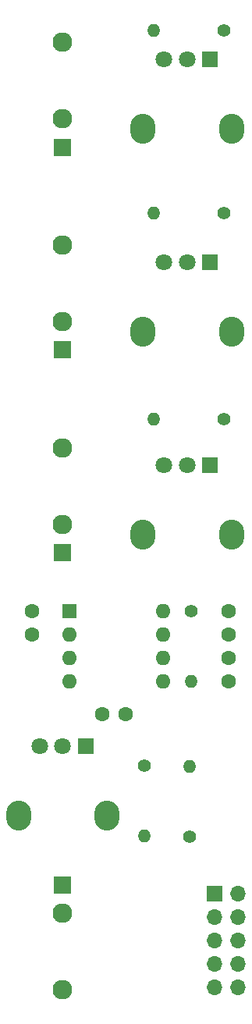
<source format=gbr>
G04 #@! TF.GenerationSoftware,KiCad,Pcbnew,(5.1.6-0-10_14)*
G04 #@! TF.CreationDate,2020-07-27T13:54:38+02:00*
G04 #@! TF.ProjectId,HelloWorld-noPanel,48656c6c-6f57-46f7-926c-642d6e6f5061,rev?*
G04 #@! TF.SameCoordinates,Original*
G04 #@! TF.FileFunction,Soldermask,Bot*
G04 #@! TF.FilePolarity,Negative*
%FSLAX46Y46*%
G04 Gerber Fmt 4.6, Leading zero omitted, Abs format (unit mm)*
G04 Created by KiCad (PCBNEW (5.1.6-0-10_14)) date 2020-07-27 13:54:38*
%MOMM*%
%LPD*%
G01*
G04 APERTURE LIST*
%ADD10O,1.600000X1.600000*%
%ADD11R,1.600000X1.600000*%
%ADD12C,1.600000*%
%ADD13C,2.130000*%
%ADD14R,1.930000X1.830000*%
%ADD15O,1.700000X1.700000*%
%ADD16R,1.700000X1.700000*%
%ADD17O,1.400000X1.400000*%
%ADD18C,1.400000*%
%ADD19O,2.720000X3.240000*%
%ADD20C,1.800000*%
%ADD21R,1.800000X1.800000*%
G04 APERTURE END LIST*
D10*
X87376000Y-84836000D03*
X77216000Y-92456000D03*
X87376000Y-87376000D03*
X77216000Y-89916000D03*
X87376000Y-89916000D03*
X77216000Y-87376000D03*
X87376000Y-92456000D03*
D11*
X77216000Y-84836000D03*
D12*
X94488000Y-87336000D03*
X94488000Y-84836000D03*
X80812000Y-96012000D03*
X83312000Y-96012000D03*
X73152000Y-87336000D03*
X73152000Y-84836000D03*
X94488000Y-92416000D03*
X94488000Y-89916000D03*
D13*
X76500000Y-23100000D03*
D14*
X76500000Y-34500000D03*
D13*
X76500000Y-31400000D03*
X76500000Y-45100000D03*
D14*
X76500000Y-56500000D03*
D13*
X76500000Y-53400000D03*
X76500000Y-67100000D03*
D14*
X76500000Y-78500000D03*
D13*
X76500000Y-75400000D03*
D15*
X95540000Y-125660000D03*
X93000000Y-125660000D03*
X95540000Y-123120000D03*
X93000000Y-123120000D03*
X95540000Y-120580000D03*
X93000000Y-120580000D03*
X95540000Y-118040000D03*
X93000000Y-118040000D03*
X95540000Y-115500000D03*
D16*
X93000000Y-115500000D03*
D13*
X76500000Y-125900000D03*
D14*
X76500000Y-114500000D03*
D13*
X76500000Y-117600000D03*
D17*
X86360000Y-21844000D03*
D18*
X93980000Y-21844000D03*
D17*
X86360000Y-41656000D03*
D18*
X93980000Y-41656000D03*
D17*
X86360000Y-64008000D03*
D18*
X93980000Y-64008000D03*
D17*
X85344000Y-109220000D03*
D18*
X85344000Y-101600000D03*
D17*
X90424000Y-92456000D03*
D18*
X90424000Y-84836000D03*
D17*
X90250000Y-101630000D03*
D18*
X90250000Y-109250000D03*
D19*
X94800000Y-32500000D03*
X85200000Y-32500000D03*
D20*
X87500000Y-25000000D03*
X90000000Y-25000000D03*
D21*
X92500000Y-25000000D03*
D19*
X94800000Y-54500000D03*
X85200000Y-54500000D03*
D20*
X87500000Y-47000000D03*
X90000000Y-47000000D03*
D21*
X92500000Y-47000000D03*
D19*
X94800000Y-76500000D03*
X85200000Y-76500000D03*
D20*
X87500000Y-69000000D03*
X90000000Y-69000000D03*
D21*
X92500000Y-69000000D03*
D19*
X81300000Y-107000000D03*
X71700000Y-107000000D03*
D20*
X74000000Y-99500000D03*
X76500000Y-99500000D03*
D21*
X79000000Y-99500000D03*
M02*

</source>
